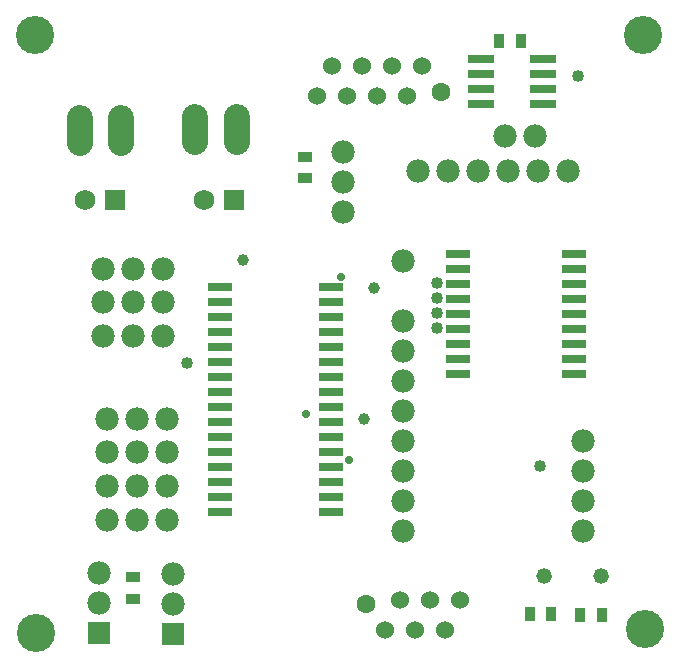
<source format=gbs>
G75*
%MOIN*%
%OFA0B0*%
%FSLAX24Y24*%
%IPPOS*%
%LPD*%
%AMOC8*
5,1,8,0,0,1.08239X$1,22.5*
%
%ADD10R,0.0910X0.0280*%
%ADD11R,0.0355X0.0512*%
%ADD12C,0.0520*%
%ADD13R,0.0512X0.0355*%
%ADD14R,0.0840X0.0300*%
%ADD15R,0.0820X0.0250*%
%ADD16C,0.0780*%
%ADD17C,0.0880*%
%ADD18R,0.0780X0.0780*%
%ADD19C,0.0600*%
%ADD20C,0.0631*%
%ADD21C,0.0690*%
%ADD22R,0.0690X0.0690*%
%ADD23C,0.0400*%
%ADD24C,0.0276*%
%ADD25C,0.0394*%
%ADD26C,0.1267*%
D10*
X017000Y018925D03*
X017000Y019425D03*
X017000Y019925D03*
X017000Y020425D03*
X019060Y020425D03*
X019060Y019925D03*
X019060Y019425D03*
X019060Y018925D03*
D11*
X018309Y021000D03*
X017601Y021000D03*
X018626Y001900D03*
X019334Y001900D03*
X020301Y001875D03*
X021009Y001875D03*
D12*
X020980Y003175D03*
X019080Y003175D03*
D13*
X005380Y003129D03*
X005380Y002420D03*
X011130Y016445D03*
X011130Y017154D03*
D14*
X016225Y013925D03*
X016225Y013425D03*
X016225Y012925D03*
X016225Y012425D03*
X016225Y011925D03*
X016225Y011425D03*
X016225Y010925D03*
X016225Y010425D03*
X016225Y009925D03*
X020085Y009925D03*
X020085Y010425D03*
X020085Y010925D03*
X020085Y011425D03*
X020085Y011925D03*
X020085Y012425D03*
X020085Y012925D03*
X020085Y013425D03*
X020085Y013925D03*
D15*
X012005Y012800D03*
X012005Y012300D03*
X012005Y011800D03*
X012005Y011300D03*
X012005Y010800D03*
X012005Y010300D03*
X012005Y009800D03*
X012005Y009300D03*
X012005Y008800D03*
X012005Y008300D03*
X012005Y007800D03*
X012005Y007300D03*
X012005Y006800D03*
X012005Y006300D03*
X012005Y005800D03*
X012005Y005300D03*
X008305Y005300D03*
X008305Y005800D03*
X008305Y006300D03*
X008305Y006800D03*
X008305Y007300D03*
X008305Y007800D03*
X008305Y008300D03*
X008305Y008800D03*
X008305Y009300D03*
X008305Y009800D03*
X008305Y010300D03*
X008305Y010800D03*
X008305Y011300D03*
X008305Y011800D03*
X008305Y012300D03*
X008305Y012800D03*
D16*
X006405Y012300D03*
X005405Y012300D03*
X004405Y012300D03*
X004405Y013400D03*
X005405Y013400D03*
X006405Y013400D03*
X006405Y011175D03*
X005405Y011175D03*
X004405Y011175D03*
X004530Y008425D03*
X005530Y008425D03*
X006530Y008425D03*
X006530Y007300D03*
X005530Y007300D03*
X004530Y007300D03*
X004530Y006175D03*
X005530Y006175D03*
X006530Y006175D03*
X006530Y005050D03*
X005530Y005050D03*
X004530Y005050D03*
X004255Y003275D03*
X004255Y002275D03*
X006730Y002250D03*
X006730Y003250D03*
X014405Y004675D03*
X014405Y005675D03*
X014405Y006675D03*
X014405Y007675D03*
X014405Y008675D03*
X014405Y009675D03*
X014405Y010675D03*
X014405Y011675D03*
X014405Y013675D03*
X012405Y015325D03*
X012405Y016325D03*
X012405Y017325D03*
X014905Y016675D03*
X015905Y016675D03*
X016905Y016675D03*
X017905Y016675D03*
X018905Y016675D03*
X019905Y016675D03*
X018780Y017850D03*
X017780Y017850D03*
X020405Y007675D03*
X020405Y006675D03*
X020405Y005675D03*
X020405Y004675D03*
D17*
X008844Y017638D02*
X008844Y018478D01*
X007466Y018478D02*
X007466Y017638D01*
X004994Y017613D02*
X004994Y018453D01*
X003616Y018453D02*
X003616Y017613D01*
D18*
X004255Y001275D03*
X006730Y001250D03*
D19*
X013780Y001375D03*
X014780Y001375D03*
X015780Y001375D03*
X015280Y002375D03*
X014280Y002375D03*
X016280Y002375D03*
X014530Y019175D03*
X013530Y019175D03*
X012530Y019175D03*
X011530Y019175D03*
X012030Y020175D03*
X013030Y020175D03*
X014030Y020175D03*
X015030Y020175D03*
D20*
X015668Y019319D03*
X013142Y002231D03*
D21*
X007755Y015725D03*
X003805Y015725D03*
D22*
X004805Y015725D03*
X008755Y015725D03*
D23*
X007200Y010285D03*
X015535Y011460D03*
X015535Y011950D03*
X015535Y012440D03*
X015535Y012930D03*
X018940Y006845D03*
X020230Y019860D03*
D24*
X012315Y013140D03*
X011164Y008566D03*
X012595Y007050D03*
D25*
X013080Y008400D03*
X013430Y012775D03*
X009055Y013725D03*
D26*
X002155Y001275D03*
X022455Y001400D03*
X022405Y021200D03*
X002130Y021225D03*
M02*

</source>
